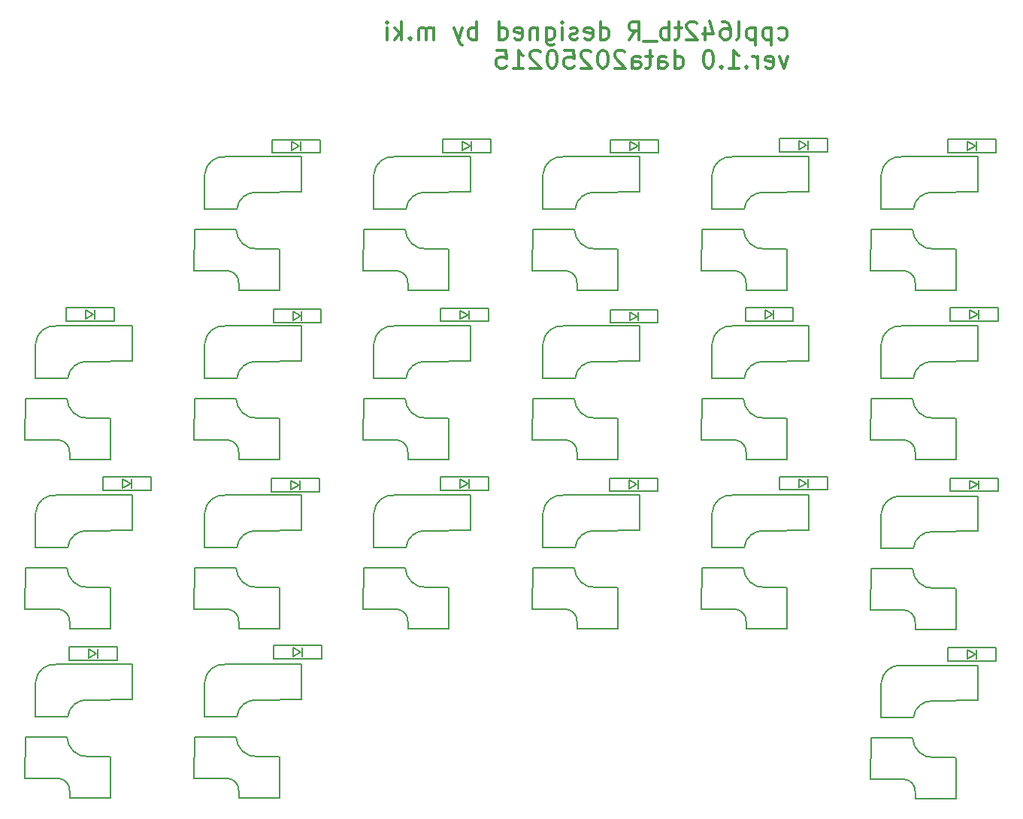
<source format=gbr>
%TF.GenerationSoftware,KiCad,Pcbnew,8.0.7*%
%TF.CreationDate,2025-02-15T16:41:35+09:00*%
%TF.ProjectId,cool642tb_R,636f6f6c-3634-4327-9462-5f522e6b6963,rev?*%
%TF.SameCoordinates,Original*%
%TF.FileFunction,Legend,Bot*%
%TF.FilePolarity,Positive*%
%FSLAX46Y46*%
G04 Gerber Fmt 4.6, Leading zero omitted, Abs format (unit mm)*
G04 Created by KiCad (PCBNEW 8.0.7) date 2025-02-15 16:41:35*
%MOMM*%
%LPD*%
G01*
G04 APERTURE LIST*
%ADD10C,0.300000*%
%ADD11C,0.150000*%
G04 APERTURE END LIST*
D10*
X58549298Y20105488D02*
X58739774Y20010249D01*
X58739774Y20010249D02*
X59120727Y20010249D01*
X59120727Y20010249D02*
X59311203Y20105488D01*
X59311203Y20105488D02*
X59406441Y20200726D01*
X59406441Y20200726D02*
X59501679Y20391202D01*
X59501679Y20391202D02*
X59501679Y20962630D01*
X59501679Y20962630D02*
X59406441Y21153107D01*
X59406441Y21153107D02*
X59311203Y21248345D01*
X59311203Y21248345D02*
X59120727Y21343583D01*
X59120727Y21343583D02*
X58739774Y21343583D01*
X58739774Y21343583D02*
X58549298Y21248345D01*
X57692155Y21343583D02*
X57692155Y19343583D01*
X57692155Y21248345D02*
X57501679Y21343583D01*
X57501679Y21343583D02*
X57120726Y21343583D01*
X57120726Y21343583D02*
X56930250Y21248345D01*
X56930250Y21248345D02*
X56835012Y21153107D01*
X56835012Y21153107D02*
X56739774Y20962630D01*
X56739774Y20962630D02*
X56739774Y20391202D01*
X56739774Y20391202D02*
X56835012Y20200726D01*
X56835012Y20200726D02*
X56930250Y20105488D01*
X56930250Y20105488D02*
X57120726Y20010249D01*
X57120726Y20010249D02*
X57501679Y20010249D01*
X57501679Y20010249D02*
X57692155Y20105488D01*
X55882631Y21343583D02*
X55882631Y19343583D01*
X55882631Y21248345D02*
X55692155Y21343583D01*
X55692155Y21343583D02*
X55311202Y21343583D01*
X55311202Y21343583D02*
X55120726Y21248345D01*
X55120726Y21248345D02*
X55025488Y21153107D01*
X55025488Y21153107D02*
X54930250Y20962630D01*
X54930250Y20962630D02*
X54930250Y20391202D01*
X54930250Y20391202D02*
X55025488Y20200726D01*
X55025488Y20200726D02*
X55120726Y20105488D01*
X55120726Y20105488D02*
X55311202Y20010249D01*
X55311202Y20010249D02*
X55692155Y20010249D01*
X55692155Y20010249D02*
X55882631Y20105488D01*
X53787393Y20010249D02*
X53977869Y20105488D01*
X53977869Y20105488D02*
X54073107Y20295964D01*
X54073107Y20295964D02*
X54073107Y22010249D01*
X52168345Y22010249D02*
X52549298Y22010249D01*
X52549298Y22010249D02*
X52739774Y21915011D01*
X52739774Y21915011D02*
X52835012Y21819773D01*
X52835012Y21819773D02*
X53025488Y21534059D01*
X53025488Y21534059D02*
X53120726Y21153107D01*
X53120726Y21153107D02*
X53120726Y20391202D01*
X53120726Y20391202D02*
X53025488Y20200726D01*
X53025488Y20200726D02*
X52930250Y20105488D01*
X52930250Y20105488D02*
X52739774Y20010249D01*
X52739774Y20010249D02*
X52358821Y20010249D01*
X52358821Y20010249D02*
X52168345Y20105488D01*
X52168345Y20105488D02*
X52073107Y20200726D01*
X52073107Y20200726D02*
X51977869Y20391202D01*
X51977869Y20391202D02*
X51977869Y20867392D01*
X51977869Y20867392D02*
X52073107Y21057868D01*
X52073107Y21057868D02*
X52168345Y21153107D01*
X52168345Y21153107D02*
X52358821Y21248345D01*
X52358821Y21248345D02*
X52739774Y21248345D01*
X52739774Y21248345D02*
X52930250Y21153107D01*
X52930250Y21153107D02*
X53025488Y21057868D01*
X53025488Y21057868D02*
X53120726Y20867392D01*
X50263583Y21343583D02*
X50263583Y20010249D01*
X50739774Y22105488D02*
X51215964Y20676916D01*
X51215964Y20676916D02*
X49977869Y20676916D01*
X49311202Y21819773D02*
X49215964Y21915011D01*
X49215964Y21915011D02*
X49025488Y22010249D01*
X49025488Y22010249D02*
X48549297Y22010249D01*
X48549297Y22010249D02*
X48358821Y21915011D01*
X48358821Y21915011D02*
X48263583Y21819773D01*
X48263583Y21819773D02*
X48168345Y21629297D01*
X48168345Y21629297D02*
X48168345Y21438821D01*
X48168345Y21438821D02*
X48263583Y21153107D01*
X48263583Y21153107D02*
X49406440Y20010249D01*
X49406440Y20010249D02*
X48168345Y20010249D01*
X47596916Y21343583D02*
X46835012Y21343583D01*
X47311202Y22010249D02*
X47311202Y20295964D01*
X47311202Y20295964D02*
X47215964Y20105488D01*
X47215964Y20105488D02*
X47025488Y20010249D01*
X47025488Y20010249D02*
X46835012Y20010249D01*
X46168345Y20010249D02*
X46168345Y22010249D01*
X46168345Y21248345D02*
X45977869Y21343583D01*
X45977869Y21343583D02*
X45596916Y21343583D01*
X45596916Y21343583D02*
X45406440Y21248345D01*
X45406440Y21248345D02*
X45311202Y21153107D01*
X45311202Y21153107D02*
X45215964Y20962630D01*
X45215964Y20962630D02*
X45215964Y20391202D01*
X45215964Y20391202D02*
X45311202Y20200726D01*
X45311202Y20200726D02*
X45406440Y20105488D01*
X45406440Y20105488D02*
X45596916Y20010249D01*
X45596916Y20010249D02*
X45977869Y20010249D01*
X45977869Y20010249D02*
X46168345Y20105488D01*
X44835012Y19819773D02*
X43311202Y19819773D01*
X41692154Y20010249D02*
X42358821Y20962630D01*
X42835011Y20010249D02*
X42835011Y22010249D01*
X42835011Y22010249D02*
X42073106Y22010249D01*
X42073106Y22010249D02*
X41882630Y21915011D01*
X41882630Y21915011D02*
X41787392Y21819773D01*
X41787392Y21819773D02*
X41692154Y21629297D01*
X41692154Y21629297D02*
X41692154Y21343583D01*
X41692154Y21343583D02*
X41787392Y21153107D01*
X41787392Y21153107D02*
X41882630Y21057868D01*
X41882630Y21057868D02*
X42073106Y20962630D01*
X42073106Y20962630D02*
X42835011Y20962630D01*
X38454058Y20010249D02*
X38454058Y22010249D01*
X38454058Y20105488D02*
X38644534Y20010249D01*
X38644534Y20010249D02*
X39025487Y20010249D01*
X39025487Y20010249D02*
X39215963Y20105488D01*
X39215963Y20105488D02*
X39311201Y20200726D01*
X39311201Y20200726D02*
X39406439Y20391202D01*
X39406439Y20391202D02*
X39406439Y20962630D01*
X39406439Y20962630D02*
X39311201Y21153107D01*
X39311201Y21153107D02*
X39215963Y21248345D01*
X39215963Y21248345D02*
X39025487Y21343583D01*
X39025487Y21343583D02*
X38644534Y21343583D01*
X38644534Y21343583D02*
X38454058Y21248345D01*
X36739772Y20105488D02*
X36930248Y20010249D01*
X36930248Y20010249D02*
X37311201Y20010249D01*
X37311201Y20010249D02*
X37501677Y20105488D01*
X37501677Y20105488D02*
X37596915Y20295964D01*
X37596915Y20295964D02*
X37596915Y21057868D01*
X37596915Y21057868D02*
X37501677Y21248345D01*
X37501677Y21248345D02*
X37311201Y21343583D01*
X37311201Y21343583D02*
X36930248Y21343583D01*
X36930248Y21343583D02*
X36739772Y21248345D01*
X36739772Y21248345D02*
X36644534Y21057868D01*
X36644534Y21057868D02*
X36644534Y20867392D01*
X36644534Y20867392D02*
X37596915Y20676916D01*
X35882629Y20105488D02*
X35692153Y20010249D01*
X35692153Y20010249D02*
X35311201Y20010249D01*
X35311201Y20010249D02*
X35120724Y20105488D01*
X35120724Y20105488D02*
X35025486Y20295964D01*
X35025486Y20295964D02*
X35025486Y20391202D01*
X35025486Y20391202D02*
X35120724Y20581678D01*
X35120724Y20581678D02*
X35311201Y20676916D01*
X35311201Y20676916D02*
X35596915Y20676916D01*
X35596915Y20676916D02*
X35787391Y20772154D01*
X35787391Y20772154D02*
X35882629Y20962630D01*
X35882629Y20962630D02*
X35882629Y21057868D01*
X35882629Y21057868D02*
X35787391Y21248345D01*
X35787391Y21248345D02*
X35596915Y21343583D01*
X35596915Y21343583D02*
X35311201Y21343583D01*
X35311201Y21343583D02*
X35120724Y21248345D01*
X34168343Y20010249D02*
X34168343Y21343583D01*
X34168343Y22010249D02*
X34263581Y21915011D01*
X34263581Y21915011D02*
X34168343Y21819773D01*
X34168343Y21819773D02*
X34073105Y21915011D01*
X34073105Y21915011D02*
X34168343Y22010249D01*
X34168343Y22010249D02*
X34168343Y21819773D01*
X32358819Y21343583D02*
X32358819Y19724535D01*
X32358819Y19724535D02*
X32454057Y19534059D01*
X32454057Y19534059D02*
X32549295Y19438821D01*
X32549295Y19438821D02*
X32739772Y19343583D01*
X32739772Y19343583D02*
X33025486Y19343583D01*
X33025486Y19343583D02*
X33215962Y19438821D01*
X32358819Y20105488D02*
X32549295Y20010249D01*
X32549295Y20010249D02*
X32930248Y20010249D01*
X32930248Y20010249D02*
X33120724Y20105488D01*
X33120724Y20105488D02*
X33215962Y20200726D01*
X33215962Y20200726D02*
X33311200Y20391202D01*
X33311200Y20391202D02*
X33311200Y20962630D01*
X33311200Y20962630D02*
X33215962Y21153107D01*
X33215962Y21153107D02*
X33120724Y21248345D01*
X33120724Y21248345D02*
X32930248Y21343583D01*
X32930248Y21343583D02*
X32549295Y21343583D01*
X32549295Y21343583D02*
X32358819Y21248345D01*
X31406438Y21343583D02*
X31406438Y20010249D01*
X31406438Y21153107D02*
X31311200Y21248345D01*
X31311200Y21248345D02*
X31120724Y21343583D01*
X31120724Y21343583D02*
X30835009Y21343583D01*
X30835009Y21343583D02*
X30644533Y21248345D01*
X30644533Y21248345D02*
X30549295Y21057868D01*
X30549295Y21057868D02*
X30549295Y20010249D01*
X28835009Y20105488D02*
X29025485Y20010249D01*
X29025485Y20010249D02*
X29406438Y20010249D01*
X29406438Y20010249D02*
X29596914Y20105488D01*
X29596914Y20105488D02*
X29692152Y20295964D01*
X29692152Y20295964D02*
X29692152Y21057868D01*
X29692152Y21057868D02*
X29596914Y21248345D01*
X29596914Y21248345D02*
X29406438Y21343583D01*
X29406438Y21343583D02*
X29025485Y21343583D01*
X29025485Y21343583D02*
X28835009Y21248345D01*
X28835009Y21248345D02*
X28739771Y21057868D01*
X28739771Y21057868D02*
X28739771Y20867392D01*
X28739771Y20867392D02*
X29692152Y20676916D01*
X27025485Y20010249D02*
X27025485Y22010249D01*
X27025485Y20105488D02*
X27215961Y20010249D01*
X27215961Y20010249D02*
X27596914Y20010249D01*
X27596914Y20010249D02*
X27787390Y20105488D01*
X27787390Y20105488D02*
X27882628Y20200726D01*
X27882628Y20200726D02*
X27977866Y20391202D01*
X27977866Y20391202D02*
X27977866Y20962630D01*
X27977866Y20962630D02*
X27882628Y21153107D01*
X27882628Y21153107D02*
X27787390Y21248345D01*
X27787390Y21248345D02*
X27596914Y21343583D01*
X27596914Y21343583D02*
X27215961Y21343583D01*
X27215961Y21343583D02*
X27025485Y21248345D01*
X24549294Y20010249D02*
X24549294Y22010249D01*
X24549294Y21248345D02*
X24358818Y21343583D01*
X24358818Y21343583D02*
X23977865Y21343583D01*
X23977865Y21343583D02*
X23787389Y21248345D01*
X23787389Y21248345D02*
X23692151Y21153107D01*
X23692151Y21153107D02*
X23596913Y20962630D01*
X23596913Y20962630D02*
X23596913Y20391202D01*
X23596913Y20391202D02*
X23692151Y20200726D01*
X23692151Y20200726D02*
X23787389Y20105488D01*
X23787389Y20105488D02*
X23977865Y20010249D01*
X23977865Y20010249D02*
X24358818Y20010249D01*
X24358818Y20010249D02*
X24549294Y20105488D01*
X22930246Y21343583D02*
X22454056Y20010249D01*
X21977865Y21343583D02*
X22454056Y20010249D01*
X22454056Y20010249D02*
X22644532Y19534059D01*
X22644532Y19534059D02*
X22739770Y19438821D01*
X22739770Y19438821D02*
X22930246Y19343583D01*
X19692150Y20010249D02*
X19692150Y21343583D01*
X19692150Y21153107D02*
X19596912Y21248345D01*
X19596912Y21248345D02*
X19406436Y21343583D01*
X19406436Y21343583D02*
X19120721Y21343583D01*
X19120721Y21343583D02*
X18930245Y21248345D01*
X18930245Y21248345D02*
X18835007Y21057868D01*
X18835007Y21057868D02*
X18835007Y20010249D01*
X18835007Y21057868D02*
X18739769Y21248345D01*
X18739769Y21248345D02*
X18549293Y21343583D01*
X18549293Y21343583D02*
X18263579Y21343583D01*
X18263579Y21343583D02*
X18073102Y21248345D01*
X18073102Y21248345D02*
X17977864Y21057868D01*
X17977864Y21057868D02*
X17977864Y20010249D01*
X17025483Y20200726D02*
X16930245Y20105488D01*
X16930245Y20105488D02*
X17025483Y20010249D01*
X17025483Y20010249D02*
X17120721Y20105488D01*
X17120721Y20105488D02*
X17025483Y20200726D01*
X17025483Y20200726D02*
X17025483Y20010249D01*
X16073102Y20010249D02*
X16073102Y22010249D01*
X15882626Y20772154D02*
X15311197Y20010249D01*
X15311197Y21343583D02*
X16073102Y20581678D01*
X14454054Y20010249D02*
X14454054Y21343583D01*
X14454054Y22010249D02*
X14549292Y21915011D01*
X14549292Y21915011D02*
X14454054Y21819773D01*
X14454054Y21819773D02*
X14358816Y21915011D01*
X14358816Y21915011D02*
X14454054Y22010249D01*
X14454054Y22010249D02*
X14454054Y21819773D01*
X59596917Y18123695D02*
X59120727Y16790361D01*
X59120727Y16790361D02*
X58644536Y18123695D01*
X57120726Y16885600D02*
X57311202Y16790361D01*
X57311202Y16790361D02*
X57692155Y16790361D01*
X57692155Y16790361D02*
X57882631Y16885600D01*
X57882631Y16885600D02*
X57977869Y17076076D01*
X57977869Y17076076D02*
X57977869Y17837980D01*
X57977869Y17837980D02*
X57882631Y18028457D01*
X57882631Y18028457D02*
X57692155Y18123695D01*
X57692155Y18123695D02*
X57311202Y18123695D01*
X57311202Y18123695D02*
X57120726Y18028457D01*
X57120726Y18028457D02*
X57025488Y17837980D01*
X57025488Y17837980D02*
X57025488Y17647504D01*
X57025488Y17647504D02*
X57977869Y17457028D01*
X56168345Y16790361D02*
X56168345Y18123695D01*
X56168345Y17742742D02*
X56073107Y17933219D01*
X56073107Y17933219D02*
X55977869Y18028457D01*
X55977869Y18028457D02*
X55787393Y18123695D01*
X55787393Y18123695D02*
X55596916Y18123695D01*
X54930250Y16980838D02*
X54835012Y16885600D01*
X54835012Y16885600D02*
X54930250Y16790361D01*
X54930250Y16790361D02*
X55025488Y16885600D01*
X55025488Y16885600D02*
X54930250Y16980838D01*
X54930250Y16980838D02*
X54930250Y16790361D01*
X52930250Y16790361D02*
X54073107Y16790361D01*
X53501679Y16790361D02*
X53501679Y18790361D01*
X53501679Y18790361D02*
X53692155Y18504647D01*
X53692155Y18504647D02*
X53882631Y18314171D01*
X53882631Y18314171D02*
X54073107Y18218933D01*
X52073107Y16980838D02*
X51977869Y16885600D01*
X51977869Y16885600D02*
X52073107Y16790361D01*
X52073107Y16790361D02*
X52168345Y16885600D01*
X52168345Y16885600D02*
X52073107Y16980838D01*
X52073107Y16980838D02*
X52073107Y16790361D01*
X50739774Y18790361D02*
X50549297Y18790361D01*
X50549297Y18790361D02*
X50358821Y18695123D01*
X50358821Y18695123D02*
X50263583Y18599885D01*
X50263583Y18599885D02*
X50168345Y18409409D01*
X50168345Y18409409D02*
X50073107Y18028457D01*
X50073107Y18028457D02*
X50073107Y17552266D01*
X50073107Y17552266D02*
X50168345Y17171314D01*
X50168345Y17171314D02*
X50263583Y16980838D01*
X50263583Y16980838D02*
X50358821Y16885600D01*
X50358821Y16885600D02*
X50549297Y16790361D01*
X50549297Y16790361D02*
X50739774Y16790361D01*
X50739774Y16790361D02*
X50930250Y16885600D01*
X50930250Y16885600D02*
X51025488Y16980838D01*
X51025488Y16980838D02*
X51120726Y17171314D01*
X51120726Y17171314D02*
X51215964Y17552266D01*
X51215964Y17552266D02*
X51215964Y18028457D01*
X51215964Y18028457D02*
X51120726Y18409409D01*
X51120726Y18409409D02*
X51025488Y18599885D01*
X51025488Y18599885D02*
X50930250Y18695123D01*
X50930250Y18695123D02*
X50739774Y18790361D01*
X46835011Y16790361D02*
X46835011Y18790361D01*
X46835011Y16885600D02*
X47025487Y16790361D01*
X47025487Y16790361D02*
X47406440Y16790361D01*
X47406440Y16790361D02*
X47596916Y16885600D01*
X47596916Y16885600D02*
X47692154Y16980838D01*
X47692154Y16980838D02*
X47787392Y17171314D01*
X47787392Y17171314D02*
X47787392Y17742742D01*
X47787392Y17742742D02*
X47692154Y17933219D01*
X47692154Y17933219D02*
X47596916Y18028457D01*
X47596916Y18028457D02*
X47406440Y18123695D01*
X47406440Y18123695D02*
X47025487Y18123695D01*
X47025487Y18123695D02*
X46835011Y18028457D01*
X45025487Y16790361D02*
X45025487Y17837980D01*
X45025487Y17837980D02*
X45120725Y18028457D01*
X45120725Y18028457D02*
X45311201Y18123695D01*
X45311201Y18123695D02*
X45692154Y18123695D01*
X45692154Y18123695D02*
X45882630Y18028457D01*
X45025487Y16885600D02*
X45215963Y16790361D01*
X45215963Y16790361D02*
X45692154Y16790361D01*
X45692154Y16790361D02*
X45882630Y16885600D01*
X45882630Y16885600D02*
X45977868Y17076076D01*
X45977868Y17076076D02*
X45977868Y17266552D01*
X45977868Y17266552D02*
X45882630Y17457028D01*
X45882630Y17457028D02*
X45692154Y17552266D01*
X45692154Y17552266D02*
X45215963Y17552266D01*
X45215963Y17552266D02*
X45025487Y17647504D01*
X44358820Y18123695D02*
X43596916Y18123695D01*
X44073106Y18790361D02*
X44073106Y17076076D01*
X44073106Y17076076D02*
X43977868Y16885600D01*
X43977868Y16885600D02*
X43787392Y16790361D01*
X43787392Y16790361D02*
X43596916Y16790361D01*
X42073106Y16790361D02*
X42073106Y17837980D01*
X42073106Y17837980D02*
X42168344Y18028457D01*
X42168344Y18028457D02*
X42358820Y18123695D01*
X42358820Y18123695D02*
X42739773Y18123695D01*
X42739773Y18123695D02*
X42930249Y18028457D01*
X42073106Y16885600D02*
X42263582Y16790361D01*
X42263582Y16790361D02*
X42739773Y16790361D01*
X42739773Y16790361D02*
X42930249Y16885600D01*
X42930249Y16885600D02*
X43025487Y17076076D01*
X43025487Y17076076D02*
X43025487Y17266552D01*
X43025487Y17266552D02*
X42930249Y17457028D01*
X42930249Y17457028D02*
X42739773Y17552266D01*
X42739773Y17552266D02*
X42263582Y17552266D01*
X42263582Y17552266D02*
X42073106Y17647504D01*
X41215963Y18599885D02*
X41120725Y18695123D01*
X41120725Y18695123D02*
X40930249Y18790361D01*
X40930249Y18790361D02*
X40454058Y18790361D01*
X40454058Y18790361D02*
X40263582Y18695123D01*
X40263582Y18695123D02*
X40168344Y18599885D01*
X40168344Y18599885D02*
X40073106Y18409409D01*
X40073106Y18409409D02*
X40073106Y18218933D01*
X40073106Y18218933D02*
X40168344Y17933219D01*
X40168344Y17933219D02*
X41311201Y16790361D01*
X41311201Y16790361D02*
X40073106Y16790361D01*
X38835011Y18790361D02*
X38644534Y18790361D01*
X38644534Y18790361D02*
X38454058Y18695123D01*
X38454058Y18695123D02*
X38358820Y18599885D01*
X38358820Y18599885D02*
X38263582Y18409409D01*
X38263582Y18409409D02*
X38168344Y18028457D01*
X38168344Y18028457D02*
X38168344Y17552266D01*
X38168344Y17552266D02*
X38263582Y17171314D01*
X38263582Y17171314D02*
X38358820Y16980838D01*
X38358820Y16980838D02*
X38454058Y16885600D01*
X38454058Y16885600D02*
X38644534Y16790361D01*
X38644534Y16790361D02*
X38835011Y16790361D01*
X38835011Y16790361D02*
X39025487Y16885600D01*
X39025487Y16885600D02*
X39120725Y16980838D01*
X39120725Y16980838D02*
X39215963Y17171314D01*
X39215963Y17171314D02*
X39311201Y17552266D01*
X39311201Y17552266D02*
X39311201Y18028457D01*
X39311201Y18028457D02*
X39215963Y18409409D01*
X39215963Y18409409D02*
X39120725Y18599885D01*
X39120725Y18599885D02*
X39025487Y18695123D01*
X39025487Y18695123D02*
X38835011Y18790361D01*
X37406439Y18599885D02*
X37311201Y18695123D01*
X37311201Y18695123D02*
X37120725Y18790361D01*
X37120725Y18790361D02*
X36644534Y18790361D01*
X36644534Y18790361D02*
X36454058Y18695123D01*
X36454058Y18695123D02*
X36358820Y18599885D01*
X36358820Y18599885D02*
X36263582Y18409409D01*
X36263582Y18409409D02*
X36263582Y18218933D01*
X36263582Y18218933D02*
X36358820Y17933219D01*
X36358820Y17933219D02*
X37501677Y16790361D01*
X37501677Y16790361D02*
X36263582Y16790361D01*
X34454058Y18790361D02*
X35406439Y18790361D01*
X35406439Y18790361D02*
X35501677Y17837980D01*
X35501677Y17837980D02*
X35406439Y17933219D01*
X35406439Y17933219D02*
X35215963Y18028457D01*
X35215963Y18028457D02*
X34739772Y18028457D01*
X34739772Y18028457D02*
X34549296Y17933219D01*
X34549296Y17933219D02*
X34454058Y17837980D01*
X34454058Y17837980D02*
X34358820Y17647504D01*
X34358820Y17647504D02*
X34358820Y17171314D01*
X34358820Y17171314D02*
X34454058Y16980838D01*
X34454058Y16980838D02*
X34549296Y16885600D01*
X34549296Y16885600D02*
X34739772Y16790361D01*
X34739772Y16790361D02*
X35215963Y16790361D01*
X35215963Y16790361D02*
X35406439Y16885600D01*
X35406439Y16885600D02*
X35501677Y16980838D01*
X33120725Y18790361D02*
X32930248Y18790361D01*
X32930248Y18790361D02*
X32739772Y18695123D01*
X32739772Y18695123D02*
X32644534Y18599885D01*
X32644534Y18599885D02*
X32549296Y18409409D01*
X32549296Y18409409D02*
X32454058Y18028457D01*
X32454058Y18028457D02*
X32454058Y17552266D01*
X32454058Y17552266D02*
X32549296Y17171314D01*
X32549296Y17171314D02*
X32644534Y16980838D01*
X32644534Y16980838D02*
X32739772Y16885600D01*
X32739772Y16885600D02*
X32930248Y16790361D01*
X32930248Y16790361D02*
X33120725Y16790361D01*
X33120725Y16790361D02*
X33311201Y16885600D01*
X33311201Y16885600D02*
X33406439Y16980838D01*
X33406439Y16980838D02*
X33501677Y17171314D01*
X33501677Y17171314D02*
X33596915Y17552266D01*
X33596915Y17552266D02*
X33596915Y18028457D01*
X33596915Y18028457D02*
X33501677Y18409409D01*
X33501677Y18409409D02*
X33406439Y18599885D01*
X33406439Y18599885D02*
X33311201Y18695123D01*
X33311201Y18695123D02*
X33120725Y18790361D01*
X31692153Y18599885D02*
X31596915Y18695123D01*
X31596915Y18695123D02*
X31406439Y18790361D01*
X31406439Y18790361D02*
X30930248Y18790361D01*
X30930248Y18790361D02*
X30739772Y18695123D01*
X30739772Y18695123D02*
X30644534Y18599885D01*
X30644534Y18599885D02*
X30549296Y18409409D01*
X30549296Y18409409D02*
X30549296Y18218933D01*
X30549296Y18218933D02*
X30644534Y17933219D01*
X30644534Y17933219D02*
X31787391Y16790361D01*
X31787391Y16790361D02*
X30549296Y16790361D01*
X28644534Y16790361D02*
X29787391Y16790361D01*
X29215963Y16790361D02*
X29215963Y18790361D01*
X29215963Y18790361D02*
X29406439Y18504647D01*
X29406439Y18504647D02*
X29596915Y18314171D01*
X29596915Y18314171D02*
X29787391Y18218933D01*
X26835010Y18790361D02*
X27787391Y18790361D01*
X27787391Y18790361D02*
X27882629Y17837980D01*
X27882629Y17837980D02*
X27787391Y17933219D01*
X27787391Y17933219D02*
X27596915Y18028457D01*
X27596915Y18028457D02*
X27120724Y18028457D01*
X27120724Y18028457D02*
X26930248Y17933219D01*
X26930248Y17933219D02*
X26835010Y17837980D01*
X26835010Y17837980D02*
X26739772Y17647504D01*
X26739772Y17647504D02*
X26739772Y17171314D01*
X26739772Y17171314D02*
X26835010Y16980838D01*
X26835010Y16980838D02*
X26930248Y16885600D01*
X26930248Y16885600D02*
X27120724Y16790361D01*
X27120724Y16790361D02*
X27596915Y16790361D01*
X27596915Y16790361D02*
X27787391Y16885600D01*
X27787391Y16885600D02*
X27882629Y16980838D01*
D11*
%TO.C,D7*%
X20450000Y-29260000D02*
X20450000Y-30760000D01*
X20450000Y-30760000D02*
X25850000Y-30760000D01*
X22650000Y-29510000D02*
X23550000Y-30010000D01*
X22650000Y-30510000D02*
X22650000Y-29510000D01*
X23550000Y-30010000D02*
X22650000Y-30510000D01*
X23650000Y-30510000D02*
X23650000Y-29510000D01*
X25850000Y-29260000D02*
X20450000Y-29260000D01*
X25850000Y-30760000D02*
X25850000Y-29260000D01*
%TO.C,D11*%
X39480000Y-29350000D02*
X39480000Y-30850000D01*
X39480000Y-30850000D02*
X44880000Y-30850000D01*
X41680000Y-29600000D02*
X42580000Y-30100000D01*
X41680000Y-30600000D02*
X41680000Y-29600000D01*
X42580000Y-30100000D02*
X41680000Y-30600000D01*
X42680000Y-30600000D02*
X42680000Y-29600000D01*
X44880000Y-29350000D02*
X39480000Y-29350000D01*
X44880000Y-30850000D02*
X44880000Y-29350000D01*
%TO.C,SW1*%
X-7275000Y-1400000D02*
X-7300000Y-6000000D01*
X-6100000Y4850000D02*
X-6100000Y905000D01*
X-6100000Y896000D02*
X-2490000Y896000D01*
X-3500000Y-6025000D02*
X-7275000Y-6025000D01*
X-2575000Y-1375000D02*
X-7275000Y-1375000D01*
X-2280000Y-7500000D02*
X-2280000Y-8200000D01*
X2275000Y-3575000D02*
X-275000Y-3575000D01*
X2275000Y-8225000D02*
X-2275000Y-8225000D01*
X2300000Y-3600000D02*
X2300000Y-8200000D01*
X4800000Y6804000D02*
X-3825000Y6804000D01*
X4800000Y2896000D02*
X4800000Y6804000D01*
X4800000Y2850000D02*
X-250000Y2804000D01*
X-6089000Y4920000D02*
G75*
G02*
X-3825000Y6804000I2074000J-190000D01*
G01*
X-3500000Y-6030000D02*
G75*
G02*
X-2280000Y-7450000I-100000J-1320000D01*
G01*
X-2485000Y920000D02*
G75*
G02*
X-225000Y2800000I2070000J-190000D01*
G01*
X-200000Y-3570000D02*
G75*
G02*
X-2570000Y-1400000I-100000J2270000D01*
G01*
%TO.C,D20*%
X77620000Y-48450000D02*
X77620000Y-49950000D01*
X77620000Y-49950000D02*
X83020000Y-49950000D01*
X79820000Y-48700000D02*
X80720000Y-49200000D01*
X79820000Y-49700000D02*
X79820000Y-48700000D01*
X80720000Y-49200000D02*
X79820000Y-49700000D01*
X80820000Y-49700000D02*
X80820000Y-48700000D01*
X83020000Y-48450000D02*
X77620000Y-48450000D01*
X83020000Y-49950000D02*
X83020000Y-48450000D01*
%TO.C,SW8*%
X-26325000Y-39500000D02*
X-26350000Y-44100000D01*
X-25150000Y-33250000D02*
X-25150000Y-37195000D01*
X-25150000Y-37204000D02*
X-21540000Y-37204000D01*
X-22550000Y-44125000D02*
X-26325000Y-44125000D01*
X-21625000Y-39475000D02*
X-26325000Y-39475000D01*
X-21330000Y-45600000D02*
X-21330000Y-46300000D01*
X-16775000Y-41675000D02*
X-19325000Y-41675000D01*
X-16775000Y-46325000D02*
X-21325000Y-46325000D01*
X-16750000Y-41700000D02*
X-16750000Y-46300000D01*
X-14250000Y-31296000D02*
X-22875000Y-31296000D01*
X-14250000Y-35204000D02*
X-14250000Y-31296000D01*
X-14250000Y-35250000D02*
X-19300000Y-35296000D01*
X-25139000Y-33180000D02*
G75*
G02*
X-22875000Y-31296000I2074000J-190000D01*
G01*
X-22550000Y-44130000D02*
G75*
G02*
X-21330000Y-45550000I-100000J-1320000D01*
G01*
X-21535000Y-37180000D02*
G75*
G02*
X-19275000Y-35300000I2070000J-190000D01*
G01*
X-19250000Y-41670000D02*
G75*
G02*
X-21620000Y-39500000I-100000J2270000D01*
G01*
%TO.C,D13*%
X58610000Y8890000D02*
X58610000Y7390000D01*
X58610000Y7390000D02*
X64010000Y7390000D01*
X60810000Y8640000D02*
X61710000Y8140000D01*
X60810000Y7640000D02*
X60810000Y8640000D01*
X61710000Y8140000D02*
X60810000Y7640000D01*
X61810000Y7640000D02*
X61810000Y8640000D01*
X64010000Y8890000D02*
X58610000Y8890000D01*
X64010000Y7390000D02*
X64010000Y8890000D01*
%TO.C,SW15*%
X49875000Y-39500000D02*
X49850000Y-44100000D01*
X51050000Y-33250000D02*
X51050000Y-37195000D01*
X51050000Y-37204000D02*
X54660000Y-37204000D01*
X53650000Y-44125000D02*
X49875000Y-44125000D01*
X54575000Y-39475000D02*
X49875000Y-39475000D01*
X54870000Y-45600000D02*
X54870000Y-46300000D01*
X59425000Y-41675000D02*
X56875000Y-41675000D01*
X59425000Y-46325000D02*
X54875000Y-46325000D01*
X59450000Y-41700000D02*
X59450000Y-46300000D01*
X61950000Y-31296000D02*
X53325000Y-31296000D01*
X61950000Y-35204000D02*
X61950000Y-31296000D01*
X61950000Y-35250000D02*
X56900000Y-35296000D01*
X51061000Y-33180000D02*
G75*
G02*
X53325000Y-31296000I2074000J-190000D01*
G01*
X53650000Y-44130000D02*
G75*
G02*
X54870000Y-45550000I-100000J-1320000D01*
G01*
X54665000Y-37180000D02*
G75*
G02*
X56925000Y-35300000I2070000J-190000D01*
G01*
X56950000Y-41670000D02*
G75*
G02*
X54580000Y-39500000I-100000J2270000D01*
G01*
%TO.C,SW16*%
X-7275000Y-58550000D02*
X-7300000Y-63150000D01*
X-6100000Y-52300000D02*
X-6100000Y-56245000D01*
X-6100000Y-56254000D02*
X-2490000Y-56254000D01*
X-3500000Y-63175000D02*
X-7275000Y-63175000D01*
X-2575000Y-58525000D02*
X-7275000Y-58525000D01*
X-2280000Y-64650000D02*
X-2280000Y-65350000D01*
X2275000Y-60725000D02*
X-275000Y-60725000D01*
X2275000Y-65375000D02*
X-2275000Y-65375000D01*
X2300000Y-60750000D02*
X2300000Y-65350000D01*
X4800000Y-50346000D02*
X-3825000Y-50346000D01*
X4800000Y-54254000D02*
X4800000Y-50346000D01*
X4800000Y-54300000D02*
X-250000Y-54346000D01*
X-6089000Y-52230000D02*
G75*
G02*
X-3825000Y-50346000I2074000J-190000D01*
G01*
X-3500000Y-63180000D02*
G75*
G02*
X-2280000Y-64600000I-100000J-1320000D01*
G01*
X-2485000Y-56230000D02*
G75*
G02*
X-225000Y-54350000I2070000J-190000D01*
G01*
X-200000Y-60720000D02*
G75*
G02*
X-2570000Y-58550000I-100000J2270000D01*
G01*
%TO.C,SW13*%
X49875000Y-1400000D02*
X49850000Y-6000000D01*
X51050000Y4850000D02*
X51050000Y905000D01*
X51050000Y896000D02*
X54660000Y896000D01*
X53650000Y-6025000D02*
X49875000Y-6025000D01*
X54575000Y-1375000D02*
X49875000Y-1375000D01*
X54870000Y-7500000D02*
X54870000Y-8200000D01*
X59425000Y-3575000D02*
X56875000Y-3575000D01*
X59425000Y-8225000D02*
X54875000Y-8225000D01*
X59450000Y-3600000D02*
X59450000Y-8200000D01*
X61950000Y6804000D02*
X53325000Y6804000D01*
X61950000Y2896000D02*
X61950000Y6804000D01*
X61950000Y2850000D02*
X56900000Y2804000D01*
X51061000Y4920000D02*
G75*
G02*
X53325000Y6804000I2074000J-190000D01*
G01*
X53650000Y-6030000D02*
G75*
G02*
X54870000Y-7450000I-100000J-1320000D01*
G01*
X54665000Y920000D02*
G75*
G02*
X56925000Y2800000I2070000J-190000D01*
G01*
X56950000Y-3570000D02*
G75*
G02*
X54580000Y-1400000I-100000J2270000D01*
G01*
%TO.C,D15*%
X58610000Y-29200000D02*
X58610000Y-30700000D01*
X58610000Y-30700000D02*
X64010000Y-30700000D01*
X60810000Y-29450000D02*
X61710000Y-29950000D01*
X60810000Y-30450000D02*
X60810000Y-29450000D01*
X61710000Y-29950000D02*
X60810000Y-30450000D01*
X61810000Y-30450000D02*
X61810000Y-29450000D01*
X64010000Y-29200000D02*
X58610000Y-29200000D01*
X64010000Y-30700000D02*
X64010000Y-29200000D01*
%TO.C,D1*%
X1460000Y8750000D02*
X1460000Y7250000D01*
X1460000Y7250000D02*
X6860000Y7250000D01*
X3660000Y8500000D02*
X4560000Y8000000D01*
X3660000Y7500000D02*
X3660000Y8500000D01*
X4560000Y8000000D02*
X3660000Y7500000D01*
X4660000Y7500000D02*
X4660000Y8500000D01*
X6860000Y8750000D02*
X1460000Y8750000D01*
X6860000Y7250000D02*
X6860000Y8750000D01*
%TO.C,D9*%
X39600000Y8750000D02*
X39600000Y7250000D01*
X39600000Y7250000D02*
X45000000Y7250000D01*
X41800000Y8500000D02*
X42700000Y8000000D01*
X41800000Y7500000D02*
X41800000Y8500000D01*
X42700000Y8000000D02*
X41800000Y7500000D01*
X42800000Y7500000D02*
X42800000Y8500000D01*
X45000000Y8750000D02*
X39600000Y8750000D01*
X45000000Y7250000D02*
X45000000Y8750000D01*
%TO.C,D17*%
X77590000Y8810000D02*
X77590000Y7310000D01*
X77590000Y7310000D02*
X82990000Y7310000D01*
X79790000Y8560000D02*
X80690000Y8060000D01*
X79790000Y7560000D02*
X79790000Y8560000D01*
X80690000Y8060000D02*
X79790000Y7560000D01*
X80790000Y7560000D02*
X80790000Y8560000D01*
X82990000Y8810000D02*
X77590000Y8810000D01*
X82990000Y7310000D02*
X82990000Y8810000D01*
%TO.C,D4*%
X-21740000Y-10200000D02*
X-21740000Y-11700000D01*
X-21740000Y-11700000D02*
X-16340000Y-11700000D01*
X-19540000Y-10450000D02*
X-18640000Y-10950000D01*
X-19540000Y-11450000D02*
X-19540000Y-10450000D01*
X-18640000Y-10950000D02*
X-19540000Y-11450000D01*
X-18540000Y-11450000D02*
X-18540000Y-10450000D01*
X-16340000Y-10200000D02*
X-21740000Y-10200000D01*
X-16340000Y-11700000D02*
X-16340000Y-10200000D01*
%TO.C,D16*%
X1630000Y-48220000D02*
X1630000Y-49720000D01*
X1630000Y-49720000D02*
X7030000Y-49720000D01*
X3830000Y-48470000D02*
X4730000Y-48970000D01*
X3830000Y-49470000D02*
X3830000Y-48470000D01*
X4730000Y-48970000D02*
X3830000Y-49470000D01*
X4830000Y-49470000D02*
X4830000Y-48470000D01*
X7030000Y-48220000D02*
X1630000Y-48220000D01*
X7030000Y-49720000D02*
X7030000Y-48220000D01*
%TO.C,SW17*%
X68925000Y-1400000D02*
X68900000Y-6000000D01*
X70100000Y4850000D02*
X70100000Y905000D01*
X70100000Y896000D02*
X73710000Y896000D01*
X72700000Y-6025000D02*
X68925000Y-6025000D01*
X73625000Y-1375000D02*
X68925000Y-1375000D01*
X73920000Y-7500000D02*
X73920000Y-8200000D01*
X78475000Y-3575000D02*
X75925000Y-3575000D01*
X78475000Y-8225000D02*
X73925000Y-8225000D01*
X78500000Y-3600000D02*
X78500000Y-8200000D01*
X81000000Y6804000D02*
X72375000Y6804000D01*
X81000000Y2896000D02*
X81000000Y6804000D01*
X81000000Y2850000D02*
X75950000Y2804000D01*
X70111000Y4920000D02*
G75*
G02*
X72375000Y6804000I2074000J-190000D01*
G01*
X72700000Y-6030000D02*
G75*
G02*
X73920000Y-7450000I-100000J-1320000D01*
G01*
X73715000Y920000D02*
G75*
G02*
X75975000Y2800000I2070000J-190000D01*
G01*
X76000000Y-3570000D02*
G75*
G02*
X73630000Y-1400000I-100000J2270000D01*
G01*
%TO.C,D3*%
X1405000Y-29380000D02*
X1405000Y-30880000D01*
X1405000Y-30880000D02*
X6805000Y-30880000D01*
X3605000Y-29630000D02*
X4505000Y-30130000D01*
X3605000Y-30630000D02*
X3605000Y-29630000D01*
X4505000Y-30130000D02*
X3605000Y-30630000D01*
X4605000Y-30630000D02*
X4605000Y-29630000D01*
X6805000Y-29380000D02*
X1405000Y-29380000D01*
X6805000Y-30880000D02*
X6805000Y-29380000D01*
%TO.C,D19*%
X77850000Y-29360000D02*
X77850000Y-30860000D01*
X77850000Y-30860000D02*
X83250000Y-30860000D01*
X80050000Y-29610000D02*
X80950000Y-30110000D01*
X80050000Y-30610000D02*
X80050000Y-29610000D01*
X80950000Y-30110000D02*
X80050000Y-30610000D01*
X81050000Y-30610000D02*
X81050000Y-29610000D01*
X83250000Y-29360000D02*
X77850000Y-29360000D01*
X83250000Y-30860000D02*
X83250000Y-29360000D01*
%TO.C,SW11*%
X30825000Y-39500000D02*
X30800000Y-44100000D01*
X32000000Y-33250000D02*
X32000000Y-37195000D01*
X32000000Y-37204000D02*
X35610000Y-37204000D01*
X34600000Y-44125000D02*
X30825000Y-44125000D01*
X35525000Y-39475000D02*
X30825000Y-39475000D01*
X35820000Y-45600000D02*
X35820000Y-46300000D01*
X40375000Y-41675000D02*
X37825000Y-41675000D01*
X40375000Y-46325000D02*
X35825000Y-46325000D01*
X40400000Y-41700000D02*
X40400000Y-46300000D01*
X42900000Y-31296000D02*
X34275000Y-31296000D01*
X42900000Y-35204000D02*
X42900000Y-31296000D01*
X42900000Y-35250000D02*
X37850000Y-35296000D01*
X32011000Y-33180000D02*
G75*
G02*
X34275000Y-31296000I2074000J-190000D01*
G01*
X34600000Y-44130000D02*
G75*
G02*
X35820000Y-45550000I-100000J-1320000D01*
G01*
X35615000Y-37180000D02*
G75*
G02*
X37875000Y-35300000I2070000J-190000D01*
G01*
X37900000Y-41670000D02*
G75*
G02*
X35530000Y-39500000I-100000J2270000D01*
G01*
%TO.C,SW12*%
X-26325000Y-58550000D02*
X-26350000Y-63150000D01*
X-25150000Y-52300000D02*
X-25150000Y-56245000D01*
X-25150000Y-56254000D02*
X-21540000Y-56254000D01*
X-22550000Y-63175000D02*
X-26325000Y-63175000D01*
X-21625000Y-58525000D02*
X-26325000Y-58525000D01*
X-21330000Y-64650000D02*
X-21330000Y-65350000D01*
X-16775000Y-60725000D02*
X-19325000Y-60725000D01*
X-16775000Y-65375000D02*
X-21325000Y-65375000D01*
X-16750000Y-60750000D02*
X-16750000Y-65350000D01*
X-14250000Y-50346000D02*
X-22875000Y-50346000D01*
X-14250000Y-54254000D02*
X-14250000Y-50346000D01*
X-14250000Y-54300000D02*
X-19300000Y-54346000D01*
X-25139000Y-52230000D02*
G75*
G02*
X-22875000Y-50346000I2074000J-190000D01*
G01*
X-22550000Y-63180000D02*
G75*
G02*
X-21330000Y-64600000I-100000J-1320000D01*
G01*
X-21535000Y-56230000D02*
G75*
G02*
X-19275000Y-54350000I2070000J-190000D01*
G01*
X-19250000Y-60720000D02*
G75*
G02*
X-21620000Y-58550000I-100000J2270000D01*
G01*
%TO.C,SW19*%
X68925000Y-39600000D02*
X68900000Y-44200000D01*
X70100000Y-33350000D02*
X70100000Y-37295000D01*
X70100000Y-37304000D02*
X73710000Y-37304000D01*
X72700000Y-44225000D02*
X68925000Y-44225000D01*
X73625000Y-39575000D02*
X68925000Y-39575000D01*
X73920000Y-45700000D02*
X73920000Y-46400000D01*
X78475000Y-41775000D02*
X75925000Y-41775000D01*
X78475000Y-46425000D02*
X73925000Y-46425000D01*
X78500000Y-41800000D02*
X78500000Y-46400000D01*
X81000000Y-31396000D02*
X72375000Y-31396000D01*
X81000000Y-35304000D02*
X81000000Y-31396000D01*
X81000000Y-35350000D02*
X75950000Y-35396000D01*
X70111000Y-33280000D02*
G75*
G02*
X72375000Y-31396000I2074000J-190000D01*
G01*
X72700000Y-44230000D02*
G75*
G02*
X73920000Y-45650000I-100000J-1320000D01*
G01*
X73715000Y-37280000D02*
G75*
G02*
X75975000Y-35400000I2070000J-190000D01*
G01*
X76000000Y-41770000D02*
G75*
G02*
X73630000Y-39600000I-100000J2270000D01*
G01*
%TO.C,SW20*%
X68925000Y-58650000D02*
X68900000Y-63250000D01*
X70100000Y-52400000D02*
X70100000Y-56345000D01*
X70100000Y-56354000D02*
X73710000Y-56354000D01*
X72700000Y-63275000D02*
X68925000Y-63275000D01*
X73625000Y-58625000D02*
X68925000Y-58625000D01*
X73920000Y-64750000D02*
X73920000Y-65450000D01*
X78475000Y-60825000D02*
X75925000Y-60825000D01*
X78475000Y-65475000D02*
X73925000Y-65475000D01*
X78500000Y-60850000D02*
X78500000Y-65450000D01*
X81000000Y-50446000D02*
X72375000Y-50446000D01*
X81000000Y-54354000D02*
X81000000Y-50446000D01*
X81000000Y-54400000D02*
X75950000Y-54446000D01*
X70111000Y-52330000D02*
G75*
G02*
X72375000Y-50446000I2074000J-190000D01*
G01*
X72700000Y-63280000D02*
G75*
G02*
X73920000Y-64700000I-100000J-1320000D01*
G01*
X73715000Y-56330000D02*
G75*
G02*
X75975000Y-54450000I2070000J-190000D01*
G01*
X76000000Y-60820000D02*
G75*
G02*
X73630000Y-58650000I-100000J2270000D01*
G01*
%TO.C,SW3*%
X-7275000Y-39500000D02*
X-7300000Y-44100000D01*
X-6100000Y-33250000D02*
X-6100000Y-37195000D01*
X-6100000Y-37204000D02*
X-2490000Y-37204000D01*
X-3500000Y-44125000D02*
X-7275000Y-44125000D01*
X-2575000Y-39475000D02*
X-7275000Y-39475000D01*
X-2280000Y-45600000D02*
X-2280000Y-46300000D01*
X2275000Y-41675000D02*
X-275000Y-41675000D01*
X2275000Y-46325000D02*
X-2275000Y-46325000D01*
X2300000Y-41700000D02*
X2300000Y-46300000D01*
X4800000Y-31296000D02*
X-3825000Y-31296000D01*
X4800000Y-35204000D02*
X4800000Y-31296000D01*
X4800000Y-35250000D02*
X-250000Y-35296000D01*
X-6089000Y-33180000D02*
G75*
G02*
X-3825000Y-31296000I2074000J-190000D01*
G01*
X-3500000Y-44130000D02*
G75*
G02*
X-2280000Y-45550000I-100000J-1320000D01*
G01*
X-2485000Y-37180000D02*
G75*
G02*
X-225000Y-35300000I2070000J-190000D01*
G01*
X-200000Y-41670000D02*
G75*
G02*
X-2570000Y-39500000I-100000J2270000D01*
G01*
%TO.C,D10*%
X39540000Y-10400000D02*
X39540000Y-11900000D01*
X39540000Y-11900000D02*
X44940000Y-11900000D01*
X41740000Y-10650000D02*
X42640000Y-11150000D01*
X41740000Y-11650000D02*
X41740000Y-10650000D01*
X42640000Y-11150000D02*
X41740000Y-11650000D01*
X42740000Y-11650000D02*
X42740000Y-10650000D01*
X44940000Y-10400000D02*
X39540000Y-10400000D01*
X44940000Y-11900000D02*
X44940000Y-10400000D01*
%TO.C,SW7*%
X11775000Y-39500000D02*
X11750000Y-44100000D01*
X12950000Y-33250000D02*
X12950000Y-37195000D01*
X12950000Y-37204000D02*
X16560000Y-37204000D01*
X15550000Y-44125000D02*
X11775000Y-44125000D01*
X16475000Y-39475000D02*
X11775000Y-39475000D01*
X16770000Y-45600000D02*
X16770000Y-46300000D01*
X21325000Y-41675000D02*
X18775000Y-41675000D01*
X21325000Y-46325000D02*
X16775000Y-46325000D01*
X21350000Y-41700000D02*
X21350000Y-46300000D01*
X23850000Y-31296000D02*
X15225000Y-31296000D01*
X23850000Y-35204000D02*
X23850000Y-31296000D01*
X23850000Y-35250000D02*
X18800000Y-35296000D01*
X12961000Y-33180000D02*
G75*
G02*
X15225000Y-31296000I2074000J-190000D01*
G01*
X15550000Y-44130000D02*
G75*
G02*
X16770000Y-45550000I-100000J-1320000D01*
G01*
X16565000Y-37180000D02*
G75*
G02*
X18825000Y-35300000I2070000J-190000D01*
G01*
X18850000Y-41670000D02*
G75*
G02*
X16480000Y-39500000I-100000J2270000D01*
G01*
%TO.C,SW10*%
X30825000Y-20450000D02*
X30800000Y-25050000D01*
X32000000Y-14200000D02*
X32000000Y-18145000D01*
X32000000Y-18154000D02*
X35610000Y-18154000D01*
X34600000Y-25075000D02*
X30825000Y-25075000D01*
X35525000Y-20425000D02*
X30825000Y-20425000D01*
X35820000Y-26550000D02*
X35820000Y-27250000D01*
X40375000Y-22625000D02*
X37825000Y-22625000D01*
X40375000Y-27275000D02*
X35825000Y-27275000D01*
X40400000Y-22650000D02*
X40400000Y-27250000D01*
X42900000Y-12246000D02*
X34275000Y-12246000D01*
X42900000Y-16154000D02*
X42900000Y-12246000D01*
X42900000Y-16200000D02*
X37850000Y-16246000D01*
X32011000Y-14130000D02*
G75*
G02*
X34275000Y-12246000I2074000J-190000D01*
G01*
X34600000Y-25080000D02*
G75*
G02*
X35820000Y-26500000I-100000J-1320000D01*
G01*
X35615000Y-18130000D02*
G75*
G02*
X37875000Y-16250000I2070000J-190000D01*
G01*
X37900000Y-22620000D02*
G75*
G02*
X35530000Y-20450000I-100000J2270000D01*
G01*
%TO.C,D2*%
X1610000Y-10330000D02*
X1610000Y-11830000D01*
X1610000Y-11830000D02*
X7010000Y-11830000D01*
X3810000Y-10580000D02*
X4710000Y-11080000D01*
X3810000Y-11580000D02*
X3810000Y-10580000D01*
X4710000Y-11080000D02*
X3810000Y-11580000D01*
X4810000Y-11580000D02*
X4810000Y-10580000D01*
X7010000Y-10330000D02*
X1610000Y-10330000D01*
X7010000Y-11830000D02*
X7010000Y-10330000D01*
%TO.C,D6*%
X20450000Y-10230000D02*
X20450000Y-11730000D01*
X20450000Y-11730000D02*
X25850000Y-11730000D01*
X22650000Y-10480000D02*
X23550000Y-10980000D01*
X22650000Y-11480000D02*
X22650000Y-10480000D01*
X23550000Y-10980000D02*
X22650000Y-11480000D01*
X23650000Y-11480000D02*
X23650000Y-10480000D01*
X25850000Y-10230000D02*
X20450000Y-10230000D01*
X25850000Y-11730000D02*
X25850000Y-10230000D01*
%TO.C,SW5*%
X11775000Y-1400000D02*
X11750000Y-6000000D01*
X12950000Y4850000D02*
X12950000Y905000D01*
X12950000Y896000D02*
X16560000Y896000D01*
X15550000Y-6025000D02*
X11775000Y-6025000D01*
X16475000Y-1375000D02*
X11775000Y-1375000D01*
X16770000Y-7500000D02*
X16770000Y-8200000D01*
X21325000Y-3575000D02*
X18775000Y-3575000D01*
X21325000Y-8225000D02*
X16775000Y-8225000D01*
X21350000Y-3600000D02*
X21350000Y-8200000D01*
X23850000Y6804000D02*
X15225000Y6804000D01*
X23850000Y2896000D02*
X23850000Y6804000D01*
X23850000Y2850000D02*
X18800000Y2804000D01*
X12961000Y4920000D02*
G75*
G02*
X15225000Y6804000I2074000J-190000D01*
G01*
X15550000Y-6030000D02*
G75*
G02*
X16770000Y-7450000I-100000J-1320000D01*
G01*
X16565000Y920000D02*
G75*
G02*
X18825000Y2800000I2070000J-190000D01*
G01*
X18850000Y-3570000D02*
G75*
G02*
X16480000Y-1400000I-100000J2270000D01*
G01*
%TO.C,SW6*%
X11775000Y-20450000D02*
X11750000Y-25050000D01*
X12950000Y-14200000D02*
X12950000Y-18145000D01*
X12950000Y-18154000D02*
X16560000Y-18154000D01*
X15550000Y-25075000D02*
X11775000Y-25075000D01*
X16475000Y-20425000D02*
X11775000Y-20425000D01*
X16770000Y-26550000D02*
X16770000Y-27250000D01*
X21325000Y-22625000D02*
X18775000Y-22625000D01*
X21325000Y-27275000D02*
X16775000Y-27275000D01*
X21350000Y-22650000D02*
X21350000Y-27250000D01*
X23850000Y-12246000D02*
X15225000Y-12246000D01*
X23850000Y-16154000D02*
X23850000Y-12246000D01*
X23850000Y-16200000D02*
X18800000Y-16246000D01*
X12961000Y-14130000D02*
G75*
G02*
X15225000Y-12246000I2074000J-190000D01*
G01*
X15550000Y-25080000D02*
G75*
G02*
X16770000Y-26500000I-100000J-1320000D01*
G01*
X16565000Y-18130000D02*
G75*
G02*
X18825000Y-16250000I2070000J-190000D01*
G01*
X18850000Y-22620000D02*
G75*
G02*
X16480000Y-20450000I-100000J2270000D01*
G01*
%TO.C,SW9*%
X30825000Y-1400000D02*
X30800000Y-6000000D01*
X32000000Y4850000D02*
X32000000Y905000D01*
X32000000Y896000D02*
X35610000Y896000D01*
X34600000Y-6025000D02*
X30825000Y-6025000D01*
X35525000Y-1375000D02*
X30825000Y-1375000D01*
X35820000Y-7500000D02*
X35820000Y-8200000D01*
X40375000Y-3575000D02*
X37825000Y-3575000D01*
X40375000Y-8225000D02*
X35825000Y-8225000D01*
X40400000Y-3600000D02*
X40400000Y-8200000D01*
X42900000Y6804000D02*
X34275000Y6804000D01*
X42900000Y2896000D02*
X42900000Y6804000D01*
X42900000Y2850000D02*
X37850000Y2804000D01*
X32011000Y4920000D02*
G75*
G02*
X34275000Y6804000I2074000J-190000D01*
G01*
X34600000Y-6030000D02*
G75*
G02*
X35820000Y-7450000I-100000J-1320000D01*
G01*
X35615000Y920000D02*
G75*
G02*
X37875000Y2800000I2070000J-190000D01*
G01*
X37900000Y-3570000D02*
G75*
G02*
X35530000Y-1400000I-100000J2270000D01*
G01*
%TO.C,SW4*%
X-26325000Y-20450000D02*
X-26350000Y-25050000D01*
X-25150000Y-14200000D02*
X-25150000Y-18145000D01*
X-25150000Y-18154000D02*
X-21540000Y-18154000D01*
X-22550000Y-25075000D02*
X-26325000Y-25075000D01*
X-21625000Y-20425000D02*
X-26325000Y-20425000D01*
X-21330000Y-26550000D02*
X-21330000Y-27250000D01*
X-16775000Y-22625000D02*
X-19325000Y-22625000D01*
X-16775000Y-27275000D02*
X-21325000Y-27275000D01*
X-16750000Y-22650000D02*
X-16750000Y-27250000D01*
X-14250000Y-12246000D02*
X-22875000Y-12246000D01*
X-14250000Y-16154000D02*
X-14250000Y-12246000D01*
X-14250000Y-16200000D02*
X-19300000Y-16246000D01*
X-25139000Y-14130000D02*
G75*
G02*
X-22875000Y-12246000I2074000J-190000D01*
G01*
X-22550000Y-25080000D02*
G75*
G02*
X-21330000Y-26500000I-100000J-1320000D01*
G01*
X-21535000Y-18130000D02*
G75*
G02*
X-19275000Y-16250000I2070000J-190000D01*
G01*
X-19250000Y-22620000D02*
G75*
G02*
X-21620000Y-20450000I-100000J2270000D01*
G01*
%TO.C,D8*%
X-17570000Y-29230000D02*
X-17570000Y-30730000D01*
X-17570000Y-30730000D02*
X-12170000Y-30730000D01*
X-15370000Y-29480000D02*
X-14470000Y-29980000D01*
X-15370000Y-30480000D02*
X-15370000Y-29480000D01*
X-14470000Y-29980000D02*
X-15370000Y-30480000D01*
X-14370000Y-30480000D02*
X-14370000Y-29480000D01*
X-12170000Y-29230000D02*
X-17570000Y-29230000D01*
X-12170000Y-30730000D02*
X-12170000Y-29230000D01*
%TO.C,D14*%
X54790000Y-10180000D02*
X54790000Y-11680000D01*
X54790000Y-11680000D02*
X60190000Y-11680000D01*
X56990000Y-10430000D02*
X57890000Y-10930000D01*
X56990000Y-11430000D02*
X56990000Y-10430000D01*
X57890000Y-10930000D02*
X56990000Y-11430000D01*
X57990000Y-11430000D02*
X57990000Y-10430000D01*
X60190000Y-10180000D02*
X54790000Y-10180000D01*
X60190000Y-11680000D02*
X60190000Y-10180000D01*
%TO.C,D12*%
X-21390000Y-48390000D02*
X-21390000Y-49890000D01*
X-21390000Y-49890000D02*
X-15990000Y-49890000D01*
X-19190000Y-48640000D02*
X-18290000Y-49140000D01*
X-19190000Y-49640000D02*
X-19190000Y-48640000D01*
X-18290000Y-49140000D02*
X-19190000Y-49640000D01*
X-18190000Y-49640000D02*
X-18190000Y-48640000D01*
X-15990000Y-48390000D02*
X-21390000Y-48390000D01*
X-15990000Y-49890000D02*
X-15990000Y-48390000D01*
%TO.C,D5*%
X20710000Y8790000D02*
X20710000Y7290000D01*
X20710000Y7290000D02*
X26110000Y7290000D01*
X22910000Y8540000D02*
X23810000Y8040000D01*
X22910000Y7540000D02*
X22910000Y8540000D01*
X23810000Y8040000D02*
X22910000Y7540000D01*
X23910000Y7540000D02*
X23910000Y8540000D01*
X26110000Y8790000D02*
X20710000Y8790000D01*
X26110000Y7290000D02*
X26110000Y8790000D01*
%TO.C,SW2*%
X-7275000Y-20450000D02*
X-7300000Y-25050000D01*
X-6100000Y-14200000D02*
X-6100000Y-18145000D01*
X-6100000Y-18154000D02*
X-2490000Y-18154000D01*
X-3500000Y-25075000D02*
X-7275000Y-25075000D01*
X-2575000Y-20425000D02*
X-7275000Y-20425000D01*
X-2280000Y-26550000D02*
X-2280000Y-27250000D01*
X2275000Y-22625000D02*
X-275000Y-22625000D01*
X2275000Y-27275000D02*
X-2275000Y-27275000D01*
X2300000Y-22650000D02*
X2300000Y-27250000D01*
X4800000Y-12246000D02*
X-3825000Y-12246000D01*
X4800000Y-16154000D02*
X4800000Y-12246000D01*
X4800000Y-16200000D02*
X-250000Y-16246000D01*
X-6089000Y-14130000D02*
G75*
G02*
X-3825000Y-12246000I2074000J-190000D01*
G01*
X-3500000Y-25080000D02*
G75*
G02*
X-2280000Y-26500000I-100000J-1320000D01*
G01*
X-2485000Y-18130000D02*
G75*
G02*
X-225000Y-16250000I2070000J-190000D01*
G01*
X-200000Y-22620000D02*
G75*
G02*
X-2570000Y-20450000I-100000J2270000D01*
G01*
%TO.C,SW18*%
X68925000Y-20450000D02*
X68900000Y-25050000D01*
X70100000Y-14200000D02*
X70100000Y-18145000D01*
X70100000Y-18154000D02*
X73710000Y-18154000D01*
X72700000Y-25075000D02*
X68925000Y-25075000D01*
X73625000Y-20425000D02*
X68925000Y-20425000D01*
X73920000Y-26550000D02*
X73920000Y-27250000D01*
X78475000Y-22625000D02*
X75925000Y-22625000D01*
X78475000Y-27275000D02*
X73925000Y-27275000D01*
X78500000Y-22650000D02*
X78500000Y-27250000D01*
X81000000Y-12246000D02*
X72375000Y-12246000D01*
X81000000Y-16154000D02*
X81000000Y-12246000D01*
X81000000Y-16200000D02*
X75950000Y-16246000D01*
X70111000Y-14130000D02*
G75*
G02*
X72375000Y-12246000I2074000J-190000D01*
G01*
X72700000Y-25080000D02*
G75*
G02*
X73920000Y-26500000I-100000J-1320000D01*
G01*
X73715000Y-18130000D02*
G75*
G02*
X75975000Y-16250000I2070000J-190000D01*
G01*
X76000000Y-22620000D02*
G75*
G02*
X73630000Y-20450000I-100000J2270000D01*
G01*
%TO.C,SW14*%
X49875000Y-20450000D02*
X49850000Y-25050000D01*
X51050000Y-14200000D02*
X51050000Y-18145000D01*
X51050000Y-18154000D02*
X54660000Y-18154000D01*
X53650000Y-25075000D02*
X49875000Y-25075000D01*
X54575000Y-20425000D02*
X49875000Y-20425000D01*
X54870000Y-26550000D02*
X54870000Y-27250000D01*
X59425000Y-22625000D02*
X56875000Y-22625000D01*
X59425000Y-27275000D02*
X54875000Y-27275000D01*
X59450000Y-22650000D02*
X59450000Y-27250000D01*
X61950000Y-12246000D02*
X53325000Y-12246000D01*
X61950000Y-16154000D02*
X61950000Y-12246000D01*
X61950000Y-16200000D02*
X56900000Y-16246000D01*
X51061000Y-14130000D02*
G75*
G02*
X53325000Y-12246000I2074000J-190000D01*
G01*
X53650000Y-25080000D02*
G75*
G02*
X54870000Y-26500000I-100000J-1320000D01*
G01*
X54665000Y-18130000D02*
G75*
G02*
X56925000Y-16250000I2070000J-190000D01*
G01*
X56950000Y-22620000D02*
G75*
G02*
X54580000Y-20450000I-100000J2270000D01*
G01*
%TO.C,D18*%
X77840000Y-10170000D02*
X77840000Y-11670000D01*
X77840000Y-11670000D02*
X83240000Y-11670000D01*
X80040000Y-10420000D02*
X80940000Y-10920000D01*
X80040000Y-11420000D02*
X80040000Y-10420000D01*
X80940000Y-10920000D02*
X80040000Y-11420000D01*
X81040000Y-11420000D02*
X81040000Y-10420000D01*
X83240000Y-10170000D02*
X77840000Y-10170000D01*
X83240000Y-11670000D02*
X83240000Y-10170000D01*
%TD*%
M02*

</source>
